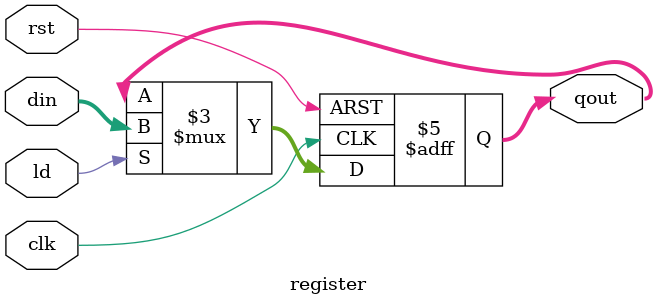
<source format=v>
module register(clk, rst, ld, din, qout);
    /*
        Register 
        this module used to save values
        default size of register is 32 but can be modified using parameters
    */
    parameter SIZE = 32;
    input clk, rst, ld;
    input[SIZE - 1 : 0] din;
    output reg[SIZE - 1 : 0] qout;
    always @(posedge clk, posedge rst) begin
        if(rst) begin
            qout <= 0;
        end
        else if(ld) begin
            qout <= din; 
        end
        else begin
            qout <= qout; 
        end
    end

endmodule


</source>
